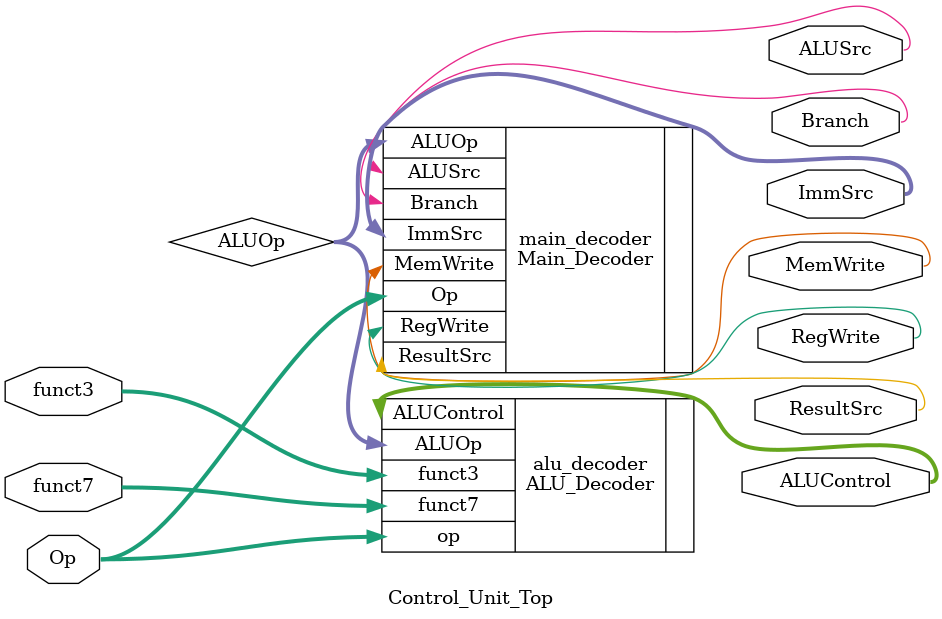
<source format=sv>
`include "ALU_Decoder.sv"
`include "Main_Decoder.sv"

module Control_Unit_Top (
    input logic [6:0] Op, funct7,
    input logic [2:0] funct3,
    output logic RegWrite, ALUSrc, MemWrite, ResultSrc, Branch,
    output logic [1:0] ImmSrc,
    output logic [2:0] ALUControl);

    logic [1:0] ALUOp;

    Main_Decoder main_decoder (
        .Op(Op),
        .RegWrite(RegWrite),
        .ImmSrc(ImmSrc),
        .MemWrite(MemWrite),
        .ResultSrc(ResultSrc),
        .Branch(Branch),
        .ALUSrc(ALUSrc),
        .ALUOp(ALUOp));

    ALU_Decoder alu_decoder (
        .ALUOp(ALUOp),
        .funct3(funct3),
        .funct7(funct7),
        .op(Op),
        .ALUControl(ALUControl));

endmodule

</source>
